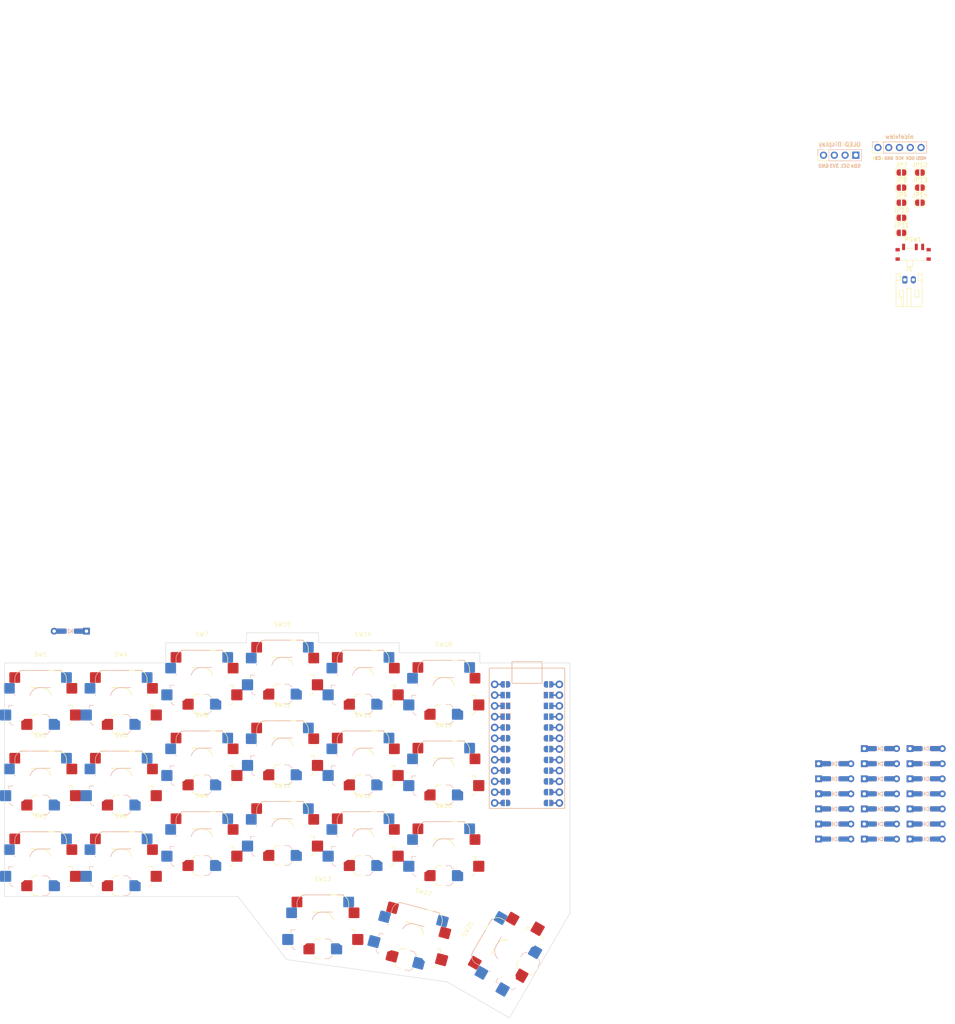
<source format=kicad_pcb>
(kicad_pcb (version 20240108) (generator "pcbnew") (generator_version "8.0")
  (layers (0 "F.Cu" signal) (31 "B.Cu" signal) (34 "B.Paste" user) (35 "F.Paste" user) (36 "B.SilkS" user "B.Silkscreen") (37 "F.SilkS" user "F.Silkscreen") (38 "B.Mask" user) (39 "F.Mask" user) (44 "Edge.Cuts" user))
  (net 0 "")
  (net 1 "row0")
  (net 2 "Net-(D1-A)")
  (net 3 "Net-(D2-A)")
  (net 4 "row1")
  (net 5 "Net-(D3-A)")
  (net 6 "row2")
  (net 7 "Net-(D4-A)")
  (net 8 "Net-(D5-A)")
  (net 9 "Net-(D6-A)")
  (net 10 "Net-(D7-A)")
  (net 11 "Net-(D8-A)")
  (net 12 "Net-(D9-A)")
  (net 13 "Net-(D10-A)")
  (net 14 "Net-(D11-A)")
  (net 15 "Net-(D12-A)")
  (net 16 "Net-(D13-A)")
  (net 17 "row3")
  (net 18 "Net-(D14-A)")
  (net 19 "Net-(D15-A)")
  (net 20 "Net-(D16-A)")
  (net 21 "Net-(D17-A)")
  (net 22 "Net-(D18-A)")
  (net 23 "Net-(D19-A)")
  (net 24 "Net-(D20-A)")
  (net 25 "Net-(D21-A)")
  (net 26 "Net-(J1-Pin_1)")
  (net 27 "GND")
  (net 28 "jump1")
  (net 29 "jump3")
  (net 30 "VCC")
  (net 31 "jump2")
  (net 32 "jump0")
  (net 33 "SDA")
  (net 34 "SCL")
  (net 35 "CS")
  (net 36 "SCK")
  (net 38 "raw")
  (net 39 "reset")
  (net 40 "col0")
  (net 41 "col1")
  (net 42 "col2")
  (net 43 "col3")
  (net 44 "col4")
  (net 45 "col5")
  (footprint "Project:Switch-MX_ChocV2-Reversible-Hotswap" (layer "F.Cu") (at 50 88)
    (property "Reference" "SW3")
    (property "Value" "SW_Push")
  )
  (footprint "Project:Switch-MX_ChocV2-Reversible-Hotswap" (layer "F.Cu") (at 145 47.625)
    (property "Reference" "SW18")
    (property "Value" "SW_Push")
  )
  (footprint "Project:Switch-MX_ChocV2-Reversible-Hotswap" (layer "F.Cu") (at 88 83.25)
    (property "Reference" "SW9")
    (property "Value" "SW_Push")
  )
  (footprint "Jumper:SolderJumper-2_P1.3mm_Open_RoundedPad1.0x1.5mm" (layer "F.Cu") (at 257.205 -70.47)
    (property "Reference" "JP13")
    (property "Value" "SolderJumper_2_Open")
  )
  (footprint "Project:Diode-Reversible" (layer "F.Cu") (at 258.675 68.77)
    (property "Reference" "D17" (hide yes))
    (property "Value" "D")
  )
  (footprint "Project:Diode-Reversible" (layer "F.Cu") (at 57 34 180)
    (property "Reference" "D1" (hide yes))
    (property "Value" "D")
  )
  (footprint "Jumper:SolderJumper-2_P1.3mm_Open_RoundedPad1.0x1.5mm" (layer "F.Cu") (at 257.205 -74.02)
    (property "Reference" "JP12")
    (property "Value" "SolderJumper_2_Open")
  )
  (footprint "Jumper:SolderJumper-2_P1.3mm_Open_RoundedPad1.0x1.5mm" (layer "F.Cu") (at 252.855 -63.37)
    (property "Reference" "JP10")
    (property "Value" "SolderJumper_2_Open")
  )
  (footprint "Project:Switch-MX_ChocV2-Reversible-Hotswap" (layer "F.Cu") (at 69 50)
    (property "Reference" "SW4")
    (property "Value" "SW_Push")
  )
  (footprint "Project:Switch-MX_ChocV2-Reversible-Hotswap" (layer "F.Cu") (at 107 61.875)
    (property "Reference" "SW11")
    (property "Value" "SW_Push")
  )
  (footprint "Project:Diode-Reversible" (layer "F.Cu") (at 247.905 82.97)
    (property "Reference" "D14" (hide yes))
    (property "Value" "D")
  )
  (footprint "Project:Diode-Reversible" (layer "F.Cu") (at 237.135 68.77)
    (property "Reference" "D3" (hide yes))
    (property "Value" "D")
  )
  (footprint "Project:Switch-MX_ChocV2-Reversible-Hotswap" (layer "F.Cu") (at 50 69)
    (property "Reference" "SW2")
    (property "Value" "SW_Push")
  )
  (footprint "Project:Switch-MX_ChocV2-Reversible-Hotswap" (layer "F.Cu") (at 126 45.25)
    (property "Reference" "SW14")
    (property "Value" "SW_Push")
  )
  (footprint "Project:Switch-MX_ChocV2-Reversible-Hotswap" (layer "F.Cu") (at 88 64.25)
    (property "Reference" "SW8")
    (property "Value" "SW_Push")
  )
  (footprint "Project:Switch-MX_ChocV2-Reversible-Hotswap" (layer "F.Cu") (at 159.75 109.375 60)
    (property "Reference" "SW21")
    (property "Value" "SW_Push")
  )
  (footprint "Project:Diode-Reversible" (layer "F.Cu") (at 247.905 61.67)
    (property "Reference" "D8" (hide yes))
    (property "Value" "D")
  )
  (footprint "Project:Diode-Reversible" (layer "F.Cu") (at 247.905 68.77)
    (property "Reference" "D10" (hide yes))
    (property "Value" "D")
  )
  (footprint "Project:Diode-Reversible" (layer "F.Cu") (at 237.135 65.22)
    (property "Reference" "D2" (hide yes))
    (property "Value" "D")
  )
  (footprint "Project:Switch-MX_ChocV2-Reversible-Hotswap" (layer "F.Cu") (at 137.5 105.625 -15)
    (property "Reference" "SW17")
    (property "Value" "SW_Push")
  )
  (footprint "Project:Diode-Reversible" (layer "F.Cu") (at 258.675 82.97)
    (property "Reference" "D21" (hide yes))
    (property "Value" "D")
  )
  (footprint "Project:OLED_Display" (layer "F.Cu") (at 238.3 -78.115)
    (property "Reference" "J3" (hide yes))
    (property "Value" "OLED display")
  )
  (footprint "Project:Switch-MX_ChocV2-Reversible-Hotswap" (layer "F.Cu") (at 50 50)
    (property "Reference" "SW1")
    (property "Value" "SW_Push")
  )
  (footprint "Project:Nice_View" (layer "F.Cu") (at 252.4 -79.915)
    (property "Reference" "J2" (hide yes))
    (property "Value" "nice!view")
  )
  (footprint "Project:Diode-Reversible" (layer "F.Cu") (at 258.675 72.32)
    (property "Reference" "D18" (hide yes))
    (property "Value" "D")
  )
  (footprint "Project:Diode-Reversible" (layer "F.Cu") (at 258.675 75.87)
    (property "Reference" "D19" (hide yes))
    (property "Value" "D")
  )
  (footprint "Project:Pro_Micro-Reversible" (layer "F.Cu") (at 164.618108 60.5)
    (property "Reference" "U1" (hide yes))
    (property "Value" "ProMicro")
  )
  (footprint "Project:1.5u" (layer "F.Cu") (at 159.75 109.375 60)
    (property "Reference" "REF**" (hide yes))
    (property "Value" "1.5u" (hide yes))
  )
  (footprint "Project:Diode-Reversible" (layer "F.Cu") (at 237.135 82.97)
    (property "Reference" "D7" (hide yes))
    (property "Value" "D")
  )
  (footprint "Project:Switch-MX_ChocV2-Reversible-Hotswap" (layer "F.Cu") (at 69 88)
    (property "Reference" "SW6")
    (property "Value" "SW_Push")
  )
  (footprint "Project:Switch-MX_ChocV2-Reversible-Hotswap" (layer "F.Cu") (at 69 69)
    (property "Reference" "SW5")
    (property "Value" "SW_Push")
  )
  (footprint "Jumper:SolderJumper-2_P1.3mm_Open_RoundedPad1.0x1.5mm" (layer "F.Cu") (at 252.855 -59.82)
    (property "Reference" "JP11")
    (property "Value" "SolderJumper_2_Open")
  )
  (footprint "Project:Diode-Reversible" (layer "F.Cu") (at 237.135 75.87)
    (property "Reference" "D5" (hide yes))
    (property "Value" "D")
  )
  (footprint "Connector_JST:JST_PH_S2B-PH-K_1x02_P2.00mm_Horizontal" (layer "F.Cu") (at 253.655 -48.77)
    (property "Reference" "J1")
    (property "Value" "Battery Connector")
  )
  (footprint "Project:Diode-Reversible" (layer "F.Cu") (at 258.675 61.67)
    (property "Reference" "D15" (hide yes))
    (property "Value" "D")
  )
  (footprint "Jumper:SolderJumper-2_P1.3mm_Open_RoundedPad1.0x1.5mm" (layer "F.Cu") (at 252.855 -74.02)
    (property "Reference" "JP7")
    (property "Value" "SolderJumper_2_Open")
  )
  (footprint "Project:Diode-Reversible" (layer "F.Cu") (at 247.905 65.22)
    (property "Reference" "D9" (hide yes))
    (property "Value" "D")
  )
  (footprint "Jumper:SolderJumper-2_P1.3mm_Open_RoundedPad1.0x1.5mm" (layer "F.Cu") (at 252.855 -66.92)
    (property "Reference" "JP9")
    (property "Value" "SolderJumper_2_Open")
  )
  (footprint "Jumper:SolderJumper-2_P1.3mm_Open_RoundedPad1.0x1.5mm" (layer "F.Cu") (at 257.205 -66.92)
    (property "Reference" "JP14")
    (property "Value" "SolderJumper_2_Open")
  )
  (footprint "Project:Diode-Reversible" (layer "F.Cu") (at 247.905 72.32)
    (property "Reference" "D11" (hide yes))
    (property "Value" "D")
  )
  (footprint "Project:Diode-Reversible" (layer "F.Cu") (at 258.675 65.22)
    (property "Reference" "D16" (hide yes))
    (property "Value" "D")
  )
  (footprint "Project:Switch-MX_ChocV2-Reversible-Hotswap" (layer "F.Cu") (at 116.5 102.875)
    (property "Reference" "SW13")
    (property "Value" "SW_Push")
  )
  (footprint "Project:Diode-Reversible" (layer "F.Cu") (at 237.135 72.32)
    (property "Reference" "D4" (hide yes))
    (property "Value" "D")
  )
  (footprint "Button_Switch_SMD:SW_SPDT_PCM12" (layer "F.Cu") (at 255.605 -55.07)
    (property "Reference" "PSW1")
    (property "Value" "SW_SPDT")
  )
  (footprint "Jumper:SolderJumper-2_P1.3mm_Open_RoundedPad1.0x1.5mm" (layer "F.Cu") (at 252.855 -70.47)
    (property "Reference" "JP8")
    (property "Value" "SolderJumper_2_Open")
  )
  (footprint "Project:Diode-Reversible" (layer "F.Cu") (at 258.675 79.42)
    (property "Reference" "D20" (hide yes))
    (property "Value" "D")
  )
  (footprint "Project:Diode-Reversible" (layer "F.Cu") (at 247.905 79.42)
    (property "Reference" "D13" (hide yes))
    (property "Value" "D")
  )
  (footprint "Project:Switch-MX_ChocV2-Reversible-Hotswap" (layer "F.Cu") (at 145 85.625)
    (property "Reference" "SW20")
    (property "Value" "SW_Push")
  )
  (footprint "Project:Switch-MX_ChocV2-Reversible-Hotswap" (layer "F.Cu") (at 107 42.875)
    (property "Reference" "SW10")
    (property "Value" "SW_Push")
  )
  (footprint "Project:Diode-Reversible" (layer "F.Cu") (at 247.905 75.87)
    (property "Reference" "D12" (hide yes))
    (property "Value" "D")
  )
  (footprint "Project:Switch-MX_ChocV2-Reversible-Hotswap" (layer "F.Cu") (at 107 80.875)
    (property "Reference" "SW12")
    (property "Value" "SW_Push")
  )
  (footprint "Project:Switch-MX_ChocV2-Reversible-Hotswap" (layer "F.Cu") (at 126 83.25)
    (property "Reference" "SW16")
    (property "Value" "SW_Push")
  )
  (footprint "Project:Switch-MX_ChocV2-Reversible-Hotswap" (layer "F.Cu") (at 145 66.625)
    (property "Reference" "SW19")
    (property "Value" "SW_Push")
  )
  (footprint "Project:Diode-Reversible" (layer "F.Cu") (at 237.135 79.42)
    (property "Reference" "D6" (hide yes))
    (property "Value" "D")
  )
  (footprint "Project:Switch-MX_ChocV2-Reversible-Hotswap" (layer "F.Cu") (at 126 64.25)
    (property "Reference" "SW15")
    (property "Value" "SW_Push")
  )
  (footprint "Project:Switch-MX_ChocV2-Reversible-Hotswap" (layer "F.Cu") (at 88 45.25)
    (property "Reference" "SW7")
    (property "Value" "SW_Push")
  )
  (gr_line (start 153.5 41.5) (end 174.736216 41.5) (stroke (width 0.1)) (layer "Edge.Cuts"))
  (gr_line (start 153.5 39.125) (end 153.5 41.5) (stroke (width 0.1)) (layer "Edge.Cuts"))
  (gr_line (start 98.5 36.75) (end 98.5 34.375) (stroke (width 0.1)) (layer "Edge.Cuts"))
  (gr_line (start 96.5 96.5) (end 108 111.375) (stroke (width 0.1)) (layer "Edge.Cuts"))
  (gr_line (start 79.5 36.75) (end 79.5 41.5) (stroke (width 0.1)) (layer "Edge.Cuts"))
  (gr_line (start 108 111.375) (end 145.763784 116.599837) (stroke (width 0.1)) (layer "Edge.Cuts"))
  (gr_line (start 134.5 39.125) (end 153.5 39.125) (stroke (width 0.1)) (layer "Edge.Cuts"))
  (gr_line (start 79.5 36.75) (end 98.5 36.75) (stroke (width 0.1)) (layer "Edge.Cuts"))
  (gr_line (start 41.5 41.5) (end 41.5 96.5) (stroke (width 0.1)) (layer "Edge.Cuts"))
  (gr_line (start 145.763784 116.599837) (end 160.486216 125.099837) (stroke (width 0.1)) (layer "Edge.Cuts"))
  (gr_line (start 41.5 41.5) (end 79.5 41.5) (stroke (width 0.1)) (layer "Edge.Cuts"))
  (gr_line (start 174.736216 100.418113) (end 174.736216 41.5) (stroke (width 0.1)) (layer "Edge.Cuts"))
  (gr_line (start 115.5 36.75) (end 134.5 36.75) (stroke (width 0.1)) (layer "Edge.Cuts"))
  (gr_line (start 115.5 34.375) (end 115.5 36.75) (stroke (width 0.1)) (layer "Edge.Cuts"))
  (gr_line (start 160.486216 125.099837) (end 174.736216 100.418113) (stroke (width 0.1)) (layer "Edge.Cuts"))
  (gr_line (start 41.5 96.5) (end 96.5 96.5) (stroke (width 0.1)) (layer "Edge.Cuts"))
  (gr_line (start 98.5 34.375) (end 115.5 34.375) (stroke (width 0.1)) (layer "Edge.Cuts"))
  (gr_line (start 134.5 36.75) (end 134.5 39.125) (stroke (width 0.1)) (layer "Edge.Cuts"))
)
</source>
